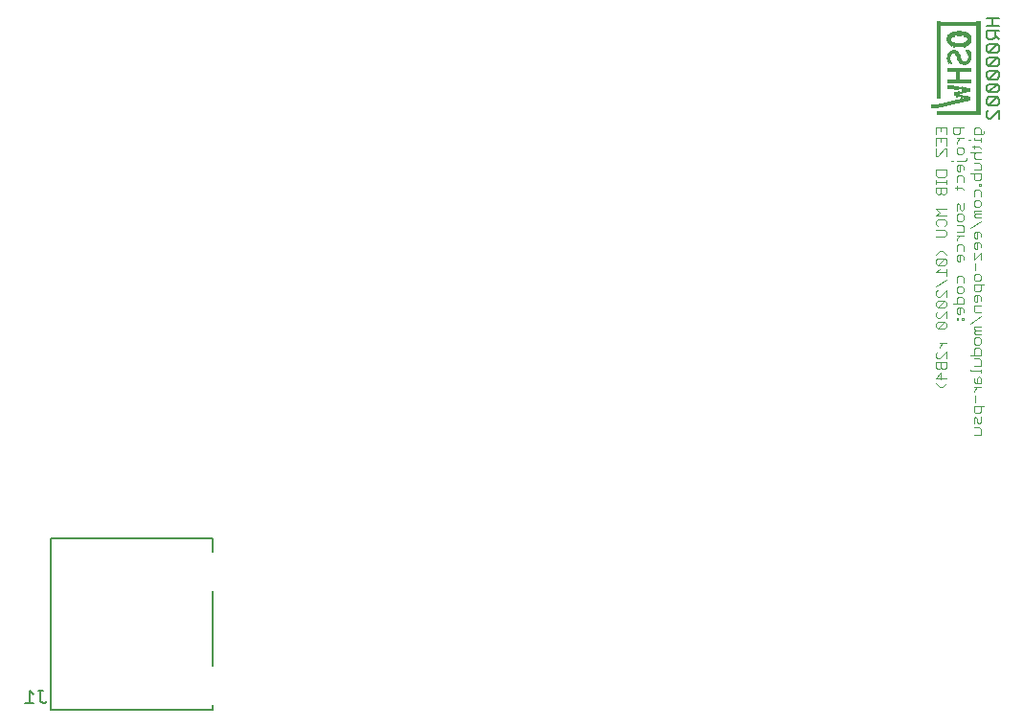
<source format=gbo>
G75*
%MOIN*%
%OFA0B0*%
%FSLAX25Y25*%
%IPPOS*%
%LPD*%
%AMOC8*
5,1,8,0,0,1.08239X$1,22.5*
%
%ADD10C,0.00400*%
%ADD11C,0.00500*%
%ADD12R,0.00300X0.32700*%
%ADD13R,0.00300X0.01500*%
%ADD14R,0.00300X0.02700*%
%ADD15R,0.00300X0.03000*%
%ADD16R,0.00300X0.03600*%
%ADD17R,0.00300X0.04200*%
%ADD18R,0.00300X0.04800*%
%ADD19R,0.00300X0.04500*%
%ADD20R,0.00300X0.02100*%
%ADD21R,0.00300X0.01800*%
%ADD22R,0.00300X0.01200*%
%ADD23R,0.00300X0.00600*%
%ADD24R,0.00300X0.00900*%
%ADD25R,0.00300X0.02400*%
%ADD26R,0.00300X0.03300*%
%ADD27R,0.00300X0.05400*%
%ADD28R,0.00300X0.03900*%
%ADD29R,0.00300X0.27000*%
%ADD30C,0.00600*%
D10*
X0577075Y0253695D02*
X0578276Y0252494D01*
X0579477Y0252494D01*
X0580678Y0253695D01*
X0580678Y0255577D02*
X0577075Y0255577D01*
X0578877Y0257378D01*
X0578877Y0254976D01*
X0579477Y0258659D02*
X0580078Y0258659D01*
X0580678Y0259260D01*
X0580678Y0261061D01*
X0577075Y0261061D01*
X0577075Y0259260D01*
X0577676Y0258659D01*
X0578276Y0258659D01*
X0578877Y0259260D01*
X0578877Y0261061D01*
X0578276Y0262342D02*
X0577676Y0262342D01*
X0577075Y0262943D01*
X0577075Y0264144D01*
X0577676Y0264744D01*
X0578276Y0266012D02*
X0578276Y0266613D01*
X0579477Y0267814D01*
X0580678Y0267814D02*
X0578276Y0267814D01*
X0580678Y0264744D02*
X0578276Y0262342D01*
X0580678Y0262342D02*
X0580678Y0264744D01*
X0578877Y0259260D02*
X0579477Y0258659D01*
X0589075Y0258606D02*
X0589075Y0258005D01*
X0592678Y0258005D01*
X0592678Y0257405D02*
X0592678Y0258606D01*
X0592678Y0259887D02*
X0590276Y0259887D01*
X0590276Y0262289D02*
X0592078Y0262289D01*
X0592678Y0261689D01*
X0592678Y0259887D01*
X0592678Y0263570D02*
X0589075Y0263570D01*
X0590276Y0263570D02*
X0590276Y0265372D01*
X0590877Y0265972D01*
X0592078Y0265972D01*
X0592678Y0265372D01*
X0592678Y0263570D01*
X0592078Y0267253D02*
X0590877Y0267253D01*
X0590276Y0267854D01*
X0590276Y0269055D01*
X0590877Y0269655D01*
X0592078Y0269655D01*
X0592678Y0269055D01*
X0592678Y0267854D01*
X0592078Y0267253D01*
X0592678Y0270936D02*
X0590877Y0270936D01*
X0590276Y0271537D01*
X0590877Y0272137D01*
X0592678Y0272137D01*
X0592678Y0273338D02*
X0590276Y0273338D01*
X0590276Y0272738D01*
X0590877Y0272137D01*
X0589075Y0274620D02*
X0592678Y0277022D01*
X0592678Y0278303D02*
X0590877Y0278303D01*
X0590276Y0278903D01*
X0590276Y0280705D01*
X0592678Y0280705D01*
X0591477Y0281986D02*
X0591477Y0284388D01*
X0590877Y0284388D02*
X0592078Y0284388D01*
X0592678Y0283787D01*
X0592678Y0282586D01*
X0591477Y0281986D02*
X0590877Y0281986D01*
X0590276Y0282586D01*
X0590276Y0283787D01*
X0590877Y0284388D01*
X0590877Y0285669D02*
X0592078Y0285669D01*
X0592678Y0286269D01*
X0592678Y0288071D01*
X0593879Y0288071D02*
X0590276Y0288071D01*
X0590276Y0286269D01*
X0590877Y0285669D01*
X0590877Y0289352D02*
X0590276Y0289953D01*
X0590276Y0291154D01*
X0590877Y0291754D01*
X0592078Y0291754D01*
X0592678Y0291154D01*
X0592678Y0289953D01*
X0592078Y0289352D01*
X0590877Y0289352D01*
X0590877Y0293035D02*
X0590877Y0295437D01*
X0590276Y0296718D02*
X0592678Y0299120D01*
X0592678Y0296718D01*
X0590276Y0296718D02*
X0590276Y0299120D01*
X0590877Y0300402D02*
X0591477Y0300402D01*
X0591477Y0302804D01*
X0590877Y0302804D02*
X0592078Y0302804D01*
X0592678Y0302203D01*
X0592678Y0301002D01*
X0590877Y0300402D02*
X0590276Y0301002D01*
X0590276Y0302203D01*
X0590877Y0302804D01*
X0590877Y0304085D02*
X0591477Y0304085D01*
X0591477Y0306487D01*
X0590877Y0306487D02*
X0592078Y0306487D01*
X0592678Y0305886D01*
X0592678Y0304685D01*
X0590877Y0304085D02*
X0590276Y0304685D01*
X0590276Y0305886D01*
X0590877Y0306487D01*
X0589075Y0307768D02*
X0592678Y0310170D01*
X0592678Y0311451D02*
X0590877Y0311451D01*
X0590276Y0312052D01*
X0590877Y0312652D01*
X0592678Y0312652D01*
X0592678Y0313853D02*
X0590276Y0313853D01*
X0590276Y0313253D01*
X0590877Y0312652D01*
X0590877Y0315134D02*
X0590276Y0315735D01*
X0590276Y0316936D01*
X0590877Y0317536D01*
X0592078Y0317536D01*
X0592678Y0316936D01*
X0592678Y0315735D01*
X0592078Y0315134D01*
X0590877Y0315134D01*
X0590276Y0318817D02*
X0590276Y0320619D01*
X0590877Y0321219D01*
X0592078Y0321219D01*
X0592678Y0320619D01*
X0592678Y0318817D01*
X0592678Y0322460D02*
X0592678Y0323061D01*
X0592078Y0323061D01*
X0592078Y0322460D01*
X0592678Y0322460D01*
X0592078Y0324342D02*
X0590877Y0324342D01*
X0590276Y0324943D01*
X0590276Y0326744D01*
X0589075Y0326744D02*
X0592678Y0326744D01*
X0592678Y0324943D01*
X0592078Y0324342D01*
X0592678Y0328025D02*
X0590276Y0328025D01*
X0590276Y0330427D02*
X0592078Y0330427D01*
X0592678Y0329827D01*
X0592678Y0328025D01*
X0592678Y0331708D02*
X0590877Y0331708D01*
X0590276Y0332309D01*
X0590276Y0333510D01*
X0590877Y0334110D01*
X0590276Y0335365D02*
X0590276Y0336566D01*
X0589676Y0335965D02*
X0592078Y0335965D01*
X0592678Y0335365D01*
X0592678Y0334110D02*
X0589075Y0334110D01*
X0587879Y0332269D02*
X0587879Y0331668D01*
X0587279Y0331068D01*
X0584276Y0331068D01*
X0583075Y0331068D02*
X0582475Y0331068D01*
X0584276Y0329213D02*
X0584276Y0328012D01*
X0584877Y0327411D01*
X0585477Y0327411D01*
X0585477Y0329813D01*
X0584877Y0329813D02*
X0584276Y0329213D01*
X0584877Y0329813D02*
X0586078Y0329813D01*
X0586678Y0329213D01*
X0586678Y0328012D01*
X0586078Y0326130D02*
X0586678Y0325530D01*
X0586678Y0323728D01*
X0586078Y0321847D02*
X0586678Y0321246D01*
X0586078Y0321847D02*
X0583676Y0321847D01*
X0584276Y0322447D02*
X0584276Y0321246D01*
X0584276Y0323728D02*
X0584276Y0325530D01*
X0584877Y0326130D01*
X0586078Y0326130D01*
X0580678Y0326170D02*
X0580078Y0325570D01*
X0577676Y0325570D01*
X0577075Y0326170D01*
X0577075Y0327972D01*
X0580678Y0327972D01*
X0580678Y0326170D01*
X0580678Y0324289D02*
X0580678Y0323088D01*
X0580678Y0323688D02*
X0577075Y0323688D01*
X0577075Y0323088D02*
X0577075Y0324289D01*
X0577075Y0321833D02*
X0577075Y0320032D01*
X0577676Y0319431D01*
X0578276Y0319431D01*
X0578877Y0320032D01*
X0578877Y0321833D01*
X0578877Y0320032D02*
X0579477Y0319431D01*
X0580078Y0319431D01*
X0580678Y0320032D01*
X0580678Y0321833D01*
X0577075Y0321833D01*
X0584276Y0315708D02*
X0584276Y0313906D01*
X0585477Y0314507D02*
X0585477Y0315708D01*
X0584877Y0316308D01*
X0584276Y0315708D01*
X0585477Y0314507D02*
X0586078Y0313906D01*
X0586678Y0314507D01*
X0586678Y0316308D01*
X0586078Y0312625D02*
X0586678Y0312025D01*
X0586678Y0310824D01*
X0586078Y0310223D01*
X0584877Y0310223D01*
X0584276Y0310824D01*
X0584276Y0312025D01*
X0584877Y0312625D01*
X0586078Y0312625D01*
X0586078Y0308942D02*
X0584276Y0308942D01*
X0586078Y0308942D02*
X0586678Y0308342D01*
X0586678Y0306540D01*
X0584276Y0306540D01*
X0584276Y0305259D02*
X0586678Y0305259D01*
X0585477Y0305259D02*
X0584276Y0304058D01*
X0584276Y0303458D01*
X0584877Y0302190D02*
X0584276Y0301589D01*
X0584276Y0299788D01*
X0584877Y0298507D02*
X0584276Y0297906D01*
X0584276Y0296705D01*
X0584877Y0296105D01*
X0585477Y0296105D01*
X0585477Y0298507D01*
X0584877Y0298507D02*
X0586078Y0298507D01*
X0586678Y0297906D01*
X0586678Y0296705D01*
X0586678Y0299788D02*
X0586678Y0301589D01*
X0586078Y0302190D01*
X0584877Y0302190D01*
X0580678Y0305299D02*
X0580678Y0306500D01*
X0580078Y0307101D01*
X0577075Y0307101D01*
X0577676Y0308382D02*
X0577075Y0308982D01*
X0577075Y0310183D01*
X0577676Y0310784D01*
X0580078Y0310784D01*
X0580678Y0310183D01*
X0580678Y0308982D01*
X0580078Y0308382D01*
X0580678Y0305299D02*
X0580078Y0304699D01*
X0577075Y0304699D01*
X0578276Y0299734D02*
X0577075Y0298533D01*
X0577676Y0297279D02*
X0577075Y0296678D01*
X0577075Y0295477D01*
X0577676Y0294877D01*
X0580078Y0297279D01*
X0580678Y0296678D01*
X0580678Y0295477D01*
X0580078Y0294877D01*
X0577676Y0294877D01*
X0578276Y0293596D02*
X0577075Y0292395D01*
X0580678Y0292395D01*
X0580678Y0293596D02*
X0580678Y0291194D01*
X0580678Y0289913D02*
X0577075Y0287511D01*
X0577676Y0286229D02*
X0577075Y0285629D01*
X0577075Y0284428D01*
X0577676Y0283827D01*
X0578276Y0283827D01*
X0580678Y0286229D01*
X0580678Y0283827D01*
X0580078Y0282546D02*
X0577676Y0280144D01*
X0580078Y0280144D01*
X0580678Y0280745D01*
X0580678Y0281946D01*
X0580078Y0282546D01*
X0577676Y0282546D01*
X0577075Y0281946D01*
X0577075Y0280745D01*
X0577676Y0280144D01*
X0577676Y0278863D02*
X0577075Y0278263D01*
X0577075Y0277062D01*
X0577676Y0276461D01*
X0578276Y0276461D01*
X0580678Y0278863D01*
X0580678Y0276461D01*
X0580078Y0275180D02*
X0577676Y0272778D01*
X0580078Y0272778D01*
X0580678Y0273378D01*
X0580678Y0274580D01*
X0580078Y0275180D01*
X0577676Y0275180D01*
X0577075Y0274580D01*
X0577075Y0273378D01*
X0577676Y0272778D01*
X0584276Y0275807D02*
X0584877Y0275807D01*
X0584877Y0276408D01*
X0584276Y0276408D01*
X0584276Y0275807D01*
X0586078Y0275807D02*
X0586678Y0275807D01*
X0586678Y0276408D01*
X0586078Y0276408D01*
X0586078Y0275807D01*
X0585477Y0277689D02*
X0585477Y0280091D01*
X0584877Y0280091D02*
X0584276Y0279490D01*
X0584276Y0278289D01*
X0584877Y0277689D01*
X0585477Y0277689D01*
X0586678Y0278289D02*
X0586678Y0279490D01*
X0586078Y0280091D01*
X0584877Y0280091D01*
X0584276Y0281372D02*
X0584276Y0283174D01*
X0584877Y0283774D01*
X0586078Y0283774D01*
X0586678Y0283174D01*
X0586678Y0281372D01*
X0583075Y0281372D01*
X0584877Y0285055D02*
X0584276Y0285656D01*
X0584276Y0286857D01*
X0584877Y0287457D01*
X0586078Y0287457D01*
X0586678Y0286857D01*
X0586678Y0285656D01*
X0586078Y0285055D01*
X0584877Y0285055D01*
X0584276Y0288738D02*
X0584276Y0290540D01*
X0584877Y0291140D01*
X0586078Y0291140D01*
X0586678Y0290540D01*
X0586678Y0288738D01*
X0580078Y0297279D02*
X0577676Y0297279D01*
X0578276Y0299734D02*
X0579477Y0299734D01*
X0580678Y0298533D01*
X0580678Y0312065D02*
X0577075Y0312065D01*
X0578276Y0313266D01*
X0577075Y0314467D01*
X0580678Y0314467D01*
X0580678Y0332936D02*
X0580678Y0335338D01*
X0580078Y0335338D01*
X0577676Y0332936D01*
X0577075Y0332936D01*
X0577075Y0335338D01*
X0577075Y0336619D02*
X0577075Y0339021D01*
X0580678Y0339021D01*
X0580678Y0336619D01*
X0578877Y0337820D02*
X0578877Y0339021D01*
X0580678Y0340302D02*
X0580678Y0342704D01*
X0577075Y0342704D01*
X0577075Y0340302D01*
X0578877Y0341503D02*
X0578877Y0342704D01*
X0583075Y0342704D02*
X0583075Y0340903D01*
X0583676Y0340302D01*
X0584877Y0340302D01*
X0585477Y0340903D01*
X0585477Y0342704D01*
X0586678Y0342704D02*
X0583075Y0342704D01*
X0584276Y0339021D02*
X0586678Y0339021D01*
X0585477Y0339021D02*
X0584276Y0337820D01*
X0584276Y0337220D01*
X0584877Y0335952D02*
X0584276Y0335351D01*
X0584276Y0334150D01*
X0584877Y0333550D01*
X0586078Y0333550D01*
X0586678Y0334150D01*
X0586678Y0335351D01*
X0586078Y0335952D01*
X0584877Y0335952D01*
X0588475Y0338421D02*
X0589075Y0338421D01*
X0590276Y0338421D02*
X0592678Y0338421D01*
X0592678Y0339021D02*
X0592678Y0337820D01*
X0590276Y0338421D02*
X0590276Y0339021D01*
X0590276Y0340302D02*
X0590276Y0342104D01*
X0590877Y0342704D01*
X0592078Y0342704D01*
X0592678Y0342104D01*
X0592678Y0340302D01*
X0593279Y0340302D02*
X0590276Y0340302D01*
X0593279Y0340302D02*
X0593879Y0340903D01*
X0593879Y0341503D01*
X0592078Y0256150D02*
X0591477Y0255550D01*
X0591477Y0253748D01*
X0590877Y0253748D02*
X0592678Y0253748D01*
X0592678Y0255550D01*
X0592078Y0256150D01*
X0590276Y0255550D02*
X0590276Y0254349D01*
X0590877Y0253748D01*
X0591477Y0252467D02*
X0590276Y0251266D01*
X0590276Y0250666D01*
X0590877Y0249398D02*
X0590877Y0246996D01*
X0590276Y0245715D02*
X0590276Y0243913D01*
X0590877Y0243313D01*
X0592078Y0243313D01*
X0592678Y0243913D01*
X0592678Y0245715D01*
X0593879Y0245715D02*
X0590276Y0245715D01*
X0590877Y0242032D02*
X0590276Y0241431D01*
X0590276Y0239630D01*
X0590276Y0238349D02*
X0592078Y0238349D01*
X0592678Y0237748D01*
X0592678Y0235947D01*
X0590276Y0235947D01*
X0592078Y0239630D02*
X0591477Y0240230D01*
X0591477Y0241431D01*
X0590877Y0242032D01*
X0592678Y0242032D02*
X0592678Y0240230D01*
X0592078Y0239630D01*
X0592678Y0252467D02*
X0590276Y0252467D01*
D11*
X0263148Y0142394D02*
X0260146Y0142394D01*
X0261647Y0142394D02*
X0261647Y0146898D01*
X0263148Y0145397D01*
X0264750Y0146898D02*
X0266251Y0146898D01*
X0265500Y0146898D02*
X0265500Y0143145D01*
X0266251Y0142394D01*
X0267001Y0142394D01*
X0267752Y0143145D01*
X0269219Y0140075D02*
X0325321Y0140075D01*
X0325321Y0141846D01*
X0325321Y0155429D02*
X0325321Y0181610D01*
X0325321Y0195193D02*
X0325321Y0199917D01*
X0269219Y0199917D01*
X0269219Y0140075D01*
D12*
X0591378Y0363304D03*
X0591678Y0363304D03*
X0591978Y0363304D03*
X0592278Y0363304D03*
X0592578Y0363304D03*
D13*
X0589278Y0362704D03*
X0588978Y0362704D03*
X0588678Y0362704D03*
X0588378Y0362704D03*
X0588078Y0362704D03*
X0587778Y0362704D03*
X0587478Y0362704D03*
X0587178Y0362704D03*
X0586878Y0362704D03*
X0586578Y0362704D03*
X0586278Y0362704D03*
X0585978Y0362704D03*
X0585678Y0362704D03*
X0584178Y0362704D03*
X0583878Y0362704D03*
X0583578Y0362704D03*
X0583278Y0362704D03*
X0582978Y0362704D03*
X0582678Y0362704D03*
X0582378Y0362704D03*
X0582078Y0362704D03*
X0581778Y0362704D03*
X0581478Y0362704D03*
X0581478Y0358804D03*
X0581778Y0358804D03*
X0582078Y0358804D03*
X0582378Y0358804D03*
X0582678Y0358804D03*
X0582978Y0358804D03*
X0583278Y0358804D03*
X0583578Y0358804D03*
X0583878Y0358804D03*
X0584178Y0358804D03*
X0585678Y0358804D03*
X0585978Y0358804D03*
X0586278Y0358804D03*
X0586578Y0358804D03*
X0586878Y0358804D03*
X0587178Y0358804D03*
X0587478Y0358804D03*
X0587778Y0358804D03*
X0588078Y0358804D03*
X0588378Y0358804D03*
X0588678Y0358804D03*
X0588978Y0358804D03*
X0589278Y0358804D03*
X0588978Y0355804D03*
X0588678Y0355804D03*
X0588378Y0355804D03*
X0588078Y0355804D03*
X0588678Y0352804D03*
X0588978Y0352804D03*
X0584178Y0354304D03*
X0583878Y0354304D03*
X0583578Y0354304D03*
X0582678Y0351304D03*
X0582678Y0347704D03*
X0582378Y0347704D03*
X0582078Y0347704D03*
X0581778Y0347704D03*
X0581478Y0347704D03*
X0581178Y0347704D03*
X0580878Y0347704D03*
X0580578Y0347704D03*
X0580278Y0347704D03*
X0579978Y0347704D03*
X0579678Y0347704D03*
X0579378Y0347704D03*
X0579078Y0347704D03*
X0578778Y0347704D03*
X0578478Y0347704D03*
X0578178Y0347704D03*
X0577878Y0347704D03*
X0577578Y0347704D03*
X0576978Y0350104D03*
X0578478Y0350404D03*
X0582978Y0347704D03*
X0583278Y0347704D03*
X0583578Y0347704D03*
X0583878Y0347704D03*
X0584178Y0347704D03*
X0584478Y0347704D03*
X0584778Y0347704D03*
X0585078Y0347704D03*
X0585378Y0347704D03*
X0585678Y0347704D03*
X0585978Y0347704D03*
X0586278Y0347704D03*
X0586578Y0347704D03*
X0586878Y0347704D03*
X0587178Y0347704D03*
X0587478Y0347704D03*
X0587778Y0347704D03*
X0588078Y0347704D03*
X0588378Y0347704D03*
X0588678Y0347704D03*
X0588978Y0347704D03*
X0589278Y0347704D03*
X0589578Y0347704D03*
X0589878Y0347704D03*
X0590178Y0347704D03*
X0590478Y0347704D03*
X0590778Y0347704D03*
X0591078Y0347704D03*
X0587478Y0365104D03*
X0587178Y0365104D03*
X0586878Y0365104D03*
X0586578Y0365104D03*
X0586278Y0365404D03*
X0588078Y0365404D03*
X0583878Y0369004D03*
X0583578Y0369004D03*
X0583278Y0369004D03*
X0582978Y0369004D03*
X0583878Y0371404D03*
X0584178Y0371404D03*
X0584478Y0371404D03*
X0584778Y0371404D03*
X0585078Y0371404D03*
X0585378Y0371404D03*
X0585678Y0371404D03*
X0585978Y0371404D03*
X0586278Y0371404D03*
X0586578Y0371404D03*
X0586878Y0371404D03*
X0586878Y0375304D03*
X0586578Y0375304D03*
X0586278Y0375304D03*
X0584478Y0375304D03*
X0584178Y0375304D03*
X0583878Y0375304D03*
X0581178Y0373504D03*
X0582978Y0371704D03*
X0582978Y0378904D03*
X0582678Y0378904D03*
X0582378Y0378904D03*
X0582078Y0378904D03*
X0581778Y0378904D03*
X0581478Y0378904D03*
X0581178Y0378904D03*
X0580878Y0378904D03*
X0580578Y0378904D03*
X0580278Y0378904D03*
X0579978Y0378904D03*
X0579678Y0378904D03*
X0579378Y0378904D03*
X0579078Y0378904D03*
X0583278Y0378904D03*
X0583578Y0378904D03*
X0583878Y0378904D03*
X0584178Y0378904D03*
X0584478Y0378904D03*
X0584778Y0378904D03*
X0585078Y0378904D03*
X0585378Y0378904D03*
X0585678Y0378904D03*
X0585978Y0378904D03*
X0586278Y0378904D03*
X0586578Y0378904D03*
X0586878Y0378904D03*
X0587178Y0378904D03*
X0587478Y0378904D03*
X0587778Y0378904D03*
X0588078Y0378904D03*
X0588378Y0378904D03*
X0588678Y0378904D03*
X0588978Y0378904D03*
X0589278Y0378904D03*
X0589578Y0378904D03*
X0589878Y0378904D03*
X0590178Y0378904D03*
X0590478Y0378904D03*
X0590778Y0378904D03*
X0591078Y0378904D03*
D14*
X0589278Y0373504D03*
D15*
X0589278Y0367354D03*
X0581478Y0366754D03*
X0581478Y0373354D03*
D16*
X0581778Y0373354D03*
X0585078Y0367354D03*
X0585378Y0366754D03*
X0588978Y0373354D03*
D17*
X0588678Y0373354D03*
X0588978Y0367354D03*
X0582078Y0367054D03*
X0582078Y0373354D03*
D18*
X0582378Y0373354D03*
X0588678Y0367354D03*
D19*
X0588378Y0373504D03*
D20*
X0588078Y0372004D03*
X0588378Y0368704D03*
X0588378Y0365704D03*
X0585978Y0365704D03*
X0584478Y0368404D03*
X0586578Y0355804D03*
X0586878Y0355804D03*
X0587178Y0355804D03*
X0585378Y0354304D03*
X0585078Y0354304D03*
X0587178Y0352804D03*
X0587478Y0352804D03*
D21*
X0587778Y0352654D03*
X0588078Y0352654D03*
X0588378Y0352654D03*
X0587778Y0355654D03*
X0587478Y0355654D03*
X0584778Y0354154D03*
X0584478Y0354154D03*
X0582378Y0368554D03*
X0584178Y0368854D03*
X0583578Y0371554D03*
X0583278Y0371554D03*
X0582678Y0371854D03*
X0582678Y0374854D03*
X0582978Y0375154D03*
X0583278Y0375154D03*
X0583578Y0375154D03*
X0584778Y0375454D03*
X0585078Y0375454D03*
X0585378Y0375454D03*
X0585678Y0375454D03*
X0585978Y0375454D03*
X0587178Y0375154D03*
X0587478Y0375154D03*
X0587778Y0375154D03*
X0588078Y0374854D03*
X0587778Y0371854D03*
X0587478Y0371554D03*
X0587178Y0371554D03*
D22*
X0588078Y0369154D03*
X0587778Y0365254D03*
X0582378Y0365554D03*
X0582678Y0368854D03*
X0582678Y0356854D03*
X0582378Y0356854D03*
X0582078Y0356854D03*
X0581778Y0356854D03*
X0581478Y0356854D03*
X0582978Y0356854D03*
X0583278Y0356854D03*
X0583878Y0356554D03*
X0584178Y0356554D03*
X0584478Y0356554D03*
X0584778Y0356554D03*
X0585078Y0356554D03*
X0585978Y0353554D03*
X0586278Y0353554D03*
X0586278Y0352054D03*
X0585978Y0352054D03*
X0585678Y0352054D03*
X0585378Y0351754D03*
X0585078Y0351754D03*
X0584778Y0351754D03*
X0584478Y0351754D03*
X0584178Y0351754D03*
X0583878Y0351454D03*
X0583578Y0351454D03*
X0583278Y0351454D03*
X0582978Y0351454D03*
X0582378Y0351154D03*
X0582078Y0351154D03*
X0581778Y0351154D03*
X0581478Y0351154D03*
X0581178Y0350854D03*
X0580878Y0350854D03*
X0580578Y0350854D03*
X0580278Y0350854D03*
X0579978Y0350854D03*
X0579678Y0350554D03*
X0579378Y0350554D03*
X0579078Y0350554D03*
X0578778Y0350554D03*
X0578178Y0350254D03*
X0577878Y0350254D03*
X0577578Y0350254D03*
X0577278Y0350254D03*
X0576678Y0349954D03*
X0576378Y0349954D03*
X0576078Y0349954D03*
X0575778Y0349954D03*
X0586578Y0352054D03*
X0586878Y0352054D03*
D23*
X0582678Y0365254D03*
X0587778Y0369454D03*
D24*
X0581178Y0366904D03*
X0583578Y0356704D03*
X0585378Y0356404D03*
X0585678Y0356404D03*
X0585978Y0356404D03*
X0585978Y0354904D03*
X0585678Y0354904D03*
X0585678Y0353704D03*
X0586578Y0353404D03*
X0586878Y0353404D03*
D25*
X0586278Y0355654D03*
D26*
X0585678Y0366304D03*
X0584778Y0367804D03*
D27*
X0584778Y0360754D03*
X0584478Y0360754D03*
X0585078Y0360754D03*
X0585378Y0360754D03*
D28*
X0581778Y0366904D03*
D29*
X0578778Y0366154D03*
X0578478Y0366154D03*
X0578178Y0366154D03*
X0577878Y0366154D03*
X0577578Y0366154D03*
D30*
X0594675Y0366392D02*
X0594675Y0364924D01*
X0595409Y0364190D01*
X0598345Y0367126D01*
X0599078Y0366392D01*
X0599078Y0364924D01*
X0598345Y0364190D01*
X0595409Y0364190D01*
X0595409Y0362522D02*
X0594675Y0361788D01*
X0594675Y0360320D01*
X0595409Y0359586D01*
X0598345Y0362522D01*
X0599078Y0361788D01*
X0599078Y0360320D01*
X0598345Y0359586D01*
X0595409Y0359586D01*
X0595409Y0357918D02*
X0594675Y0357184D01*
X0594675Y0355716D01*
X0595409Y0354982D01*
X0598345Y0357918D01*
X0599078Y0357184D01*
X0599078Y0355716D01*
X0598345Y0354982D01*
X0595409Y0354982D01*
X0595409Y0353314D02*
X0594675Y0352580D01*
X0594675Y0351112D01*
X0595409Y0350378D01*
X0598345Y0353314D01*
X0599078Y0352580D01*
X0599078Y0351112D01*
X0598345Y0350378D01*
X0595409Y0350378D01*
X0595409Y0348710D02*
X0594675Y0347976D01*
X0594675Y0346508D01*
X0595409Y0345774D01*
X0596143Y0345774D01*
X0599078Y0348710D01*
X0599078Y0345774D01*
X0598345Y0353314D02*
X0595409Y0353314D01*
X0595409Y0357918D02*
X0598345Y0357918D01*
X0598345Y0362522D02*
X0595409Y0362522D01*
X0594675Y0366392D02*
X0595409Y0367126D01*
X0598345Y0367126D01*
X0598345Y0368794D02*
X0599078Y0369528D01*
X0599078Y0370996D01*
X0598345Y0371730D01*
X0595409Y0368794D01*
X0598345Y0368794D01*
X0598345Y0371730D02*
X0595409Y0371730D01*
X0594675Y0370996D01*
X0594675Y0369528D01*
X0595409Y0368794D01*
X0595409Y0373398D02*
X0596877Y0373398D01*
X0597611Y0374132D01*
X0597611Y0376334D01*
X0599078Y0376334D02*
X0594675Y0376334D01*
X0594675Y0374132D01*
X0595409Y0373398D01*
X0597611Y0374866D02*
X0599078Y0373398D01*
X0599078Y0378002D02*
X0594675Y0378002D01*
X0596877Y0378002D02*
X0596877Y0380938D01*
X0599078Y0380938D02*
X0594675Y0380938D01*
M02*

</source>
